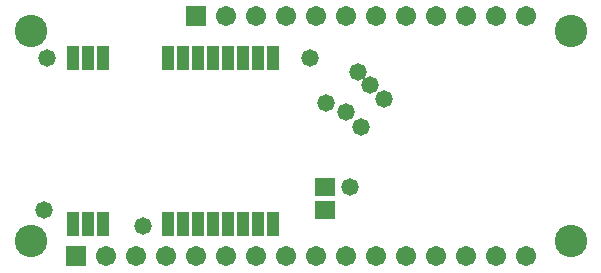
<source format=gts>
G04*
G04 #@! TF.GenerationSoftware,Altium Limited,Altium Designer,20.1.14 (287)*
G04*
G04 Layer_Color=8388736*
%FSLAX25Y25*%
%MOIN*%
G70*
G04*
G04 #@! TF.SameCoordinates,6A9D062D-DFAF-4A18-B4C3-A7C2119B1702*
G04*
G04*
G04 #@! TF.FilePolarity,Negative*
G04*
G01*
G75*
%ADD15R,0.04343X0.07887*%
%ADD16R,0.04343X0.07887*%
%ADD17R,0.06706X0.06312*%
%ADD18C,0.06706*%
%ADD19R,0.06706X0.06706*%
%ADD20C,0.10800*%
%ADD21C,0.05800*%
D15*
X55964Y15941D02*
D03*
X24035D02*
D03*
X29035D02*
D03*
X34035D02*
D03*
X60964D02*
D03*
X65964D02*
D03*
X70964D02*
D03*
X75964D02*
D03*
X80964D02*
D03*
X85964D02*
D03*
X90964D02*
D03*
X34035Y71059D02*
D03*
X29035D02*
D03*
X24035D02*
D03*
D16*
X90964D02*
D03*
X85964D02*
D03*
X80964D02*
D03*
X75964D02*
D03*
X70964D02*
D03*
X65964D02*
D03*
X60964D02*
D03*
X55964D02*
D03*
D17*
X108000Y20520D02*
D03*
Y28000D02*
D03*
D18*
X75000Y85000D02*
D03*
X85000D02*
D03*
X95000D02*
D03*
X105000D02*
D03*
X115000D02*
D03*
X125000D02*
D03*
X135000D02*
D03*
X145000D02*
D03*
X155000D02*
D03*
X165000D02*
D03*
X175000D02*
D03*
X35000Y5000D02*
D03*
X45000D02*
D03*
X55000D02*
D03*
X65000D02*
D03*
X75000D02*
D03*
X85000D02*
D03*
X95000D02*
D03*
X105000D02*
D03*
X115000D02*
D03*
X125000D02*
D03*
X135000D02*
D03*
X145000D02*
D03*
X155000D02*
D03*
X165000D02*
D03*
X175000D02*
D03*
D19*
X65000Y85000D02*
D03*
X25000Y5000D02*
D03*
D20*
X190000Y10000D02*
D03*
Y80000D02*
D03*
X10000D02*
D03*
Y10000D02*
D03*
D21*
X127750Y57500D02*
D03*
X123000Y62000D02*
D03*
X119000Y66500D02*
D03*
X108500Y56000D02*
D03*
X115000Y53000D02*
D03*
X120000Y48000D02*
D03*
X47500Y15000D02*
D03*
X103059Y71059D02*
D03*
X14500Y20500D02*
D03*
X15500Y71000D02*
D03*
X116500Y28000D02*
D03*
M02*

</source>
